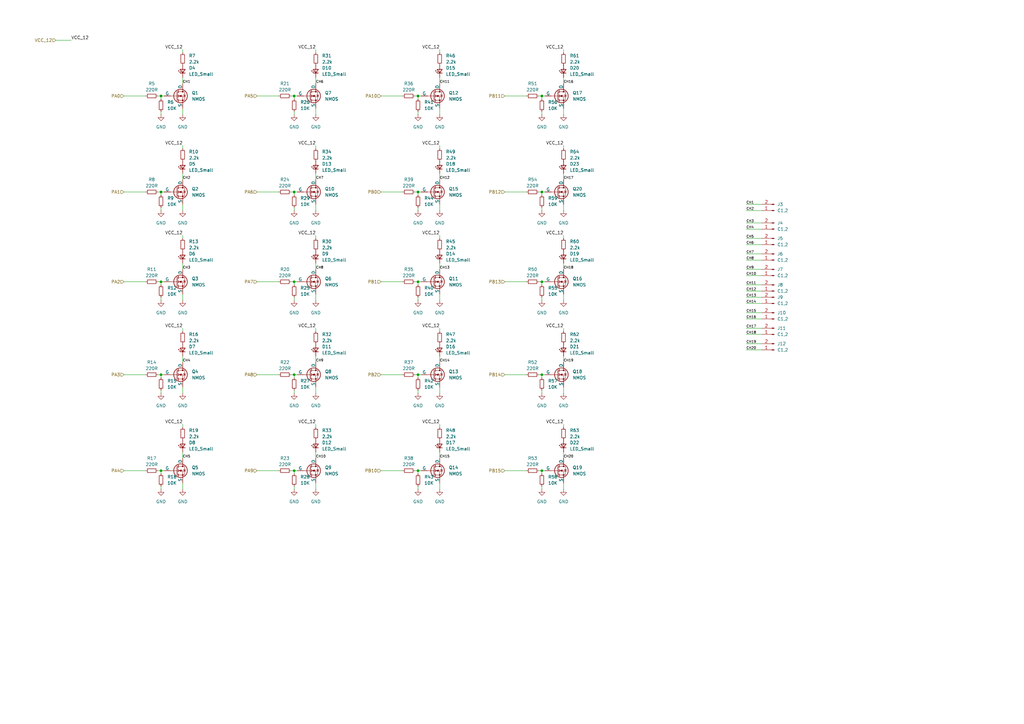
<source format=kicad_sch>
(kicad_sch (version 20231120) (generator "eeschema") (generator_version "8.0")
  (paper "A3")
  (title_block (title "Nur-Al-Nujoom") (date "2024-10-31") (rev "Rev 1.0"))
  (junction (at 222.25 193.04))
  (junction (at 171.45 193.04))
  (junction (at 120.65 153.67))
  (junction (at 171.45 153.67))
  (junction (at 66.04 39.37))
  (junction (at 120.65 115.57))
  (junction (at 66.04 153.67))
  (junction (at 222.25 115.57))
  (junction (at 171.45 78.74))
  (junction (at 222.25 39.37))
  (junction (at 66.04 193.04))
  (junction (at 66.04 78.74))
  (junction (at 120.65 193.04))
  (junction (at 222.25 78.74))
  (junction (at 66.04 115.57))
  (junction (at 222.25 153.67))
  (junction (at 171.45 39.37))
  (junction (at 120.65 39.37))
  (junction (at 171.45 115.57))
  (junction (at 120.65 78.74))
  (wire (pts (xy 66.04 199.39) (xy 66.04 200.66)))
  (wire (pts (xy 180.34 83.82) (xy 180.34 86.36)))
  (wire (pts (xy 171.45 121.92) (xy 171.45 123.19)))
  (wire (pts (xy 120.65 39.37) (xy 120.65 40.64)))
  (wire (pts (xy 306.07 119.38) (xy 312.42 119.38)))
  (wire (pts (xy 306.07 97.79) (xy 312.42 97.79)))
  (wire (pts (xy 180.34 173.99) (xy 180.34 175.26)))
  (wire (pts (xy 306.07 128.27) (xy 312.42 128.27)))
  (wire (pts (xy 222.25 199.39) (xy 222.25 200.66)))
  (wire (pts (xy 66.04 39.37) (xy 67.31 39.37)))
  (wire (pts (xy 74.93 31.75) (xy 74.93 34.29)))
  (wire (pts (xy 222.25 115.57) (xy 222.25 116.84)))
  (wire (pts (xy 222.25 193.04) (xy 223.52 193.04)))
  (wire (pts (xy 231.14 158.75) (xy 231.14 161.29)))
  (wire (pts (xy 207.01 39.37) (xy 215.9 39.37)))
  (wire (pts (xy 220.98 153.67) (xy 222.25 153.67)))
  (wire (pts (xy 105.41 39.37) (xy 114.3 39.37)))
  (wire (pts (xy 129.54 134.62) (xy 129.54 135.89)))
  (wire (pts (xy 306.07 143.51) (xy 312.42 143.51)))
  (wire (pts (xy 306.07 140.97) (xy 312.42 140.97)))
  (wire (pts (xy 120.65 193.04) (xy 120.65 194.31)))
  (wire (pts (xy 171.45 85.09) (xy 171.45 86.36)))
  (wire (pts (xy 119.38 115.57) (xy 120.65 115.57)))
  (wire (pts (xy 64.77 39.37) (xy 66.04 39.37)))
  (wire (pts (xy 74.93 146.05) (xy 74.93 148.59)))
  (wire (pts (xy 74.93 83.82) (xy 74.93 86.36)))
  (wire (pts (xy 50.8 115.57) (xy 59.69 115.57)))
  (wire (pts (xy 74.93 71.12) (xy 74.93 73.66)))
  (wire (pts (xy 156.21 153.67) (xy 165.1 153.67)))
  (wire (pts (xy 231.14 146.05) (xy 231.14 148.59)))
  (wire (pts (xy 66.04 193.04) (xy 66.04 194.31)))
  (wire (pts (xy 64.77 193.04) (xy 66.04 193.04)))
  (wire (pts (xy 74.93 44.45) (xy 74.93 46.99)))
  (wire (pts (xy 170.18 153.67) (xy 171.45 153.67)))
  (wire (pts (xy 222.25 39.37) (xy 222.25 40.64)))
  (wire (pts (xy 50.8 78.74) (xy 59.69 78.74)))
  (wire (pts (xy 50.8 153.67) (xy 59.69 153.67)))
  (wire (pts (xy 180.34 96.52) (xy 180.34 97.79)))
  (wire (pts (xy 306.07 106.68) (xy 312.42 106.68)))
  (wire (pts (xy 222.25 85.09) (xy 222.25 86.36)))
  (wire (pts (xy 171.45 115.57) (xy 171.45 116.84)))
  (wire (pts (xy 120.65 39.37) (xy 121.92 39.37)))
  (wire (pts (xy 171.45 78.74) (xy 172.72 78.74)))
  (wire (pts (xy 306.07 121.92) (xy 312.42 121.92)))
  (wire (pts (xy 74.93 107.95) (xy 74.93 110.49)))
  (wire (pts (xy 170.18 78.74) (xy 171.45 78.74)))
  (wire (pts (xy 231.14 198.12) (xy 231.14 200.66)))
  (wire (pts (xy 74.93 173.99) (xy 74.93 175.26)))
  (wire (pts (xy 180.34 71.12) (xy 180.34 73.66)))
  (wire (pts (xy 171.45 45.72) (xy 171.45 46.99)))
  (wire (pts (xy 222.25 153.67) (xy 223.52 153.67)))
  (wire (pts (xy 74.93 158.75) (xy 74.93 161.29)))
  (wire (pts (xy 231.14 96.52) (xy 231.14 97.79)))
  (wire (pts (xy 180.34 185.42) (xy 180.34 187.96)))
  (wire (pts (xy 119.38 153.67) (xy 120.65 153.67)))
  (wire (pts (xy 64.77 153.67) (xy 66.04 153.67)))
  (wire (pts (xy 129.54 20.32) (xy 129.54 21.59)))
  (wire (pts (xy 66.04 115.57) (xy 67.31 115.57)))
  (wire (pts (xy 222.25 160.02) (xy 222.25 161.29)))
  (wire (pts (xy 119.38 78.74) (xy 120.65 78.74)))
  (wire (pts (xy 306.07 83.82) (xy 312.42 83.82)))
  (wire (pts (xy 66.04 39.37) (xy 66.04 40.64)))
  (wire (pts (xy 207.01 153.67) (xy 215.9 153.67)))
  (wire (pts (xy 222.25 193.04) (xy 222.25 194.31)))
  (wire (pts (xy 74.93 20.32) (xy 74.93 21.59)))
  (wire (pts (xy 120.65 199.39) (xy 120.65 200.66)))
  (wire (pts (xy 171.45 193.04) (xy 172.72 193.04)))
  (wire (pts (xy 74.93 134.62) (xy 74.93 135.89)))
  (wire (pts (xy 50.8 193.04) (xy 59.69 193.04)))
  (wire (pts (xy 222.25 153.67) (xy 222.25 154.94)))
  (wire (pts (xy 66.04 115.57) (xy 66.04 116.84)))
  (wire (pts (xy 180.34 120.65) (xy 180.34 123.19)))
  (wire (pts (xy 129.54 198.12) (xy 129.54 200.66)))
  (wire (pts (xy 129.54 59.69) (xy 129.54 60.96)))
  (wire (pts (xy 120.65 121.92) (xy 120.65 123.19)))
  (wire (pts (xy 222.25 45.72) (xy 222.25 46.99)))
  (wire (pts (xy 119.38 39.37) (xy 120.65 39.37)))
  (wire (pts (xy 231.14 31.75) (xy 231.14 34.29)))
  (wire (pts (xy 119.38 193.04) (xy 120.65 193.04)))
  (wire (pts (xy 220.98 193.04) (xy 222.25 193.04)))
  (wire (pts (xy 64.77 115.57) (xy 66.04 115.57)))
  (wire (pts (xy 180.34 198.12) (xy 180.34 200.66)))
  (wire (pts (xy 180.34 134.62) (xy 180.34 135.89)))
  (wire (pts (xy 220.98 78.74) (xy 222.25 78.74)))
  (wire (pts (xy 66.04 193.04) (xy 67.31 193.04)))
  (wire (pts (xy 156.21 78.74) (xy 165.1 78.74)))
  (wire (pts (xy 120.65 45.72) (xy 120.65 46.99)))
  (wire (pts (xy 129.54 146.05) (xy 129.54 148.59)))
  (wire (pts (xy 66.04 153.67) (xy 67.31 153.67)))
  (wire (pts (xy 231.14 59.69) (xy 231.14 60.96)))
  (wire (pts (xy 50.8 39.37) (xy 59.69 39.37)))
  (wire (pts (xy 306.07 100.33) (xy 312.42 100.33)))
  (wire (pts (xy 105.41 193.04) (xy 114.3 193.04)))
  (wire (pts (xy 129.54 31.75) (xy 129.54 34.29)))
  (wire (pts (xy 120.65 78.74) (xy 120.65 80.01)))
  (wire (pts (xy 231.14 185.42) (xy 231.14 187.96)))
  (wire (pts (xy 74.93 59.69) (xy 74.93 60.96)))
  (wire (pts (xy 170.18 193.04) (xy 171.45 193.04)))
  (wire (pts (xy 156.21 115.57) (xy 165.1 115.57)))
  (wire (pts (xy 220.98 39.37) (xy 222.25 39.37)))
  (wire (pts (xy 66.04 160.02) (xy 66.04 161.29)))
  (wire (pts (xy 180.34 59.69) (xy 180.34 60.96)))
  (wire (pts (xy 129.54 173.99) (xy 129.54 175.26)))
  (wire (pts (xy 171.45 153.67) (xy 172.72 153.67)))
  (wire (pts (xy 129.54 120.65) (xy 129.54 123.19)))
  (wire (pts (xy 222.25 115.57) (xy 223.52 115.57)))
  (wire (pts (xy 207.01 193.04) (xy 215.9 193.04)))
  (wire (pts (xy 74.93 120.65) (xy 74.93 123.19)))
  (wire (pts (xy 66.04 45.72) (xy 66.04 46.99)))
  (wire (pts (xy 120.65 153.67) (xy 120.65 154.94)))
  (wire (pts (xy 64.77 78.74) (xy 66.04 78.74)))
  (wire (pts (xy 74.93 185.42) (xy 74.93 187.96)))
  (wire (pts (xy 306.07 110.49) (xy 312.42 110.49)))
  (wire (pts (xy 171.45 78.74) (xy 171.45 80.01)))
  (wire (pts (xy 306.07 104.14) (xy 312.42 104.14)))
  (wire (pts (xy 120.65 160.02) (xy 120.65 161.29)))
  (wire (pts (xy 105.41 115.57) (xy 114.3 115.57)))
  (wire (pts (xy 156.21 39.37) (xy 165.1 39.37)))
  (wire (pts (xy 170.18 115.57) (xy 171.45 115.57)))
  (wire (pts (xy 306.07 137.16) (xy 312.42 137.16)))
  (wire (pts (xy 74.93 198.12) (xy 74.93 200.66)))
  (wire (pts (xy 156.21 193.04) (xy 165.1 193.04)))
  (wire (pts (xy 66.04 78.74) (xy 67.31 78.74)))
  (wire (pts (xy 306.07 91.44) (xy 312.42 91.44)))
  (wire (pts (xy 306.07 130.81) (xy 312.42 130.81)))
  (wire (pts (xy 129.54 158.75) (xy 129.54 161.29)))
  (wire (pts (xy 222.25 78.74) (xy 223.52 78.74)))
  (wire (pts (xy 129.54 83.82) (xy 129.54 86.36)))
  (wire (pts (xy 66.04 85.09) (xy 66.04 86.36)))
  (wire (pts (xy 306.07 116.84) (xy 312.42 116.84)))
  (wire (pts (xy 171.45 115.57) (xy 172.72 115.57)))
  (wire (pts (xy 171.45 153.67) (xy 171.45 154.94)))
  (wire (pts (xy 171.45 39.37) (xy 172.72 39.37)))
  (wire (pts (xy 120.65 85.09) (xy 120.65 86.36)))
  (wire (pts (xy 105.41 78.74) (xy 114.3 78.74)))
  (wire (pts (xy 180.34 44.45) (xy 180.34 46.99)))
  (wire (pts (xy 306.07 134.62) (xy 312.42 134.62)))
  (wire (pts (xy 129.54 96.52) (xy 129.54 97.79)))
  (wire (pts (xy 306.07 93.98) (xy 312.42 93.98)))
  (wire (pts (xy 105.41 153.67) (xy 114.3 153.67)))
  (wire (pts (xy 207.01 78.74) (xy 215.9 78.74)))
  (wire (pts (xy 231.14 20.32) (xy 231.14 21.59)))
  (wire (pts (xy 129.54 185.42) (xy 129.54 187.96)))
  (wire (pts (xy 66.04 121.92) (xy 66.04 123.19)))
  (wire (pts (xy 231.14 44.45) (xy 231.14 46.99)))
  (wire (pts (xy 306.07 86.36) (xy 312.42 86.36)))
  (wire (pts (xy 129.54 71.12) (xy 129.54 73.66)))
  (wire (pts (xy 66.04 153.67) (xy 66.04 154.94)))
  (wire (pts (xy 220.98 115.57) (xy 222.25 115.57)))
  (wire (pts (xy 66.04 78.74) (xy 66.04 80.01)))
  (wire (pts (xy 120.65 193.04) (xy 121.92 193.04)))
  (wire (pts (xy 231.14 83.82) (xy 231.14 86.36)))
  (wire (pts (xy 222.25 39.37) (xy 223.52 39.37)))
  (wire (pts (xy 306.07 113.03) (xy 312.42 113.03)))
  (wire (pts (xy 222.25 121.92) (xy 222.25 123.19)))
  (wire (pts (xy 170.18 39.37) (xy 171.45 39.37)))
  (wire (pts (xy 120.65 115.57) (xy 120.65 116.84)))
  (wire (pts (xy 120.65 78.74) (xy 121.92 78.74)))
  (wire (pts (xy 120.65 153.67) (xy 121.92 153.67)))
  (wire (pts (xy 180.34 146.05) (xy 180.34 148.59)))
  (wire (pts (xy 129.54 107.95) (xy 129.54 110.49)))
  (wire (pts (xy 231.14 134.62) (xy 231.14 135.89)))
  (wire (pts (xy 231.14 173.99) (xy 231.14 175.26)))
  (wire (pts (xy 22.86 16.51) (xy 29.21 16.51)))
  (wire (pts (xy 129.54 44.45) (xy 129.54 46.99)))
  (wire (pts (xy 207.01 115.57) (xy 215.9 115.57)))
  (wire (pts (xy 180.34 107.95) (xy 180.34 110.49)))
  (wire (pts (xy 231.14 71.12) (xy 231.14 73.66)))
  (wire (pts (xy 231.14 120.65) (xy 231.14 123.19)))
  (wire (pts (xy 171.45 160.02) (xy 171.45 161.29)))
  (wire (pts (xy 231.14 107.95) (xy 231.14 110.49)))
  (wire (pts (xy 180.34 20.32) (xy 180.34 21.59)))
  (wire (pts (xy 171.45 199.39) (xy 171.45 200.66)))
  (wire (pts (xy 306.07 124.46) (xy 312.42 124.46)))
  (wire (pts (xy 171.45 39.37) (xy 171.45 40.64)))
  (wire (pts (xy 222.25 78.74) (xy 222.25 80.01)))
  (wire (pts (xy 180.34 31.75) (xy 180.34 34.29)))
  (wire (pts (xy 74.93 96.52) (xy 74.93 97.79)))
  (wire (pts (xy 180.34 158.75) (xy 180.34 161.29)))
  (wire (pts (xy 171.45 193.04) (xy 171.45 194.31)))
  (wire (pts (xy 120.65 115.57) (xy 121.92 115.57)))
  (label "VCC_12" (at 74.93 173.99 180))
  (label "CH7" (at 129.54 73.66 0) (effects (font (size 0.9906 0.9906))))
  (label "VCC_12" (at 129.54 134.62 180))
  (label "VCC_12" (at 129.54 173.99 180))
  (label "CH13" (at 306.07 121.92 0) (effects (font (size 0.9906 0.9906))))
  (label "VCC_12" (at 129.54 20.32 180))
  (label "CH5" (at 306.07 97.79 0) (effects (font (size 0.9906 0.9906))))
  (label "VCC_12" (at 129.54 59.69 180))
  (label "CH14" (at 180.34 148.59 0) (effects (font (size 0.9906 0.9906))))
  (label "CH3" (at 74.93 110.49 0) (effects (font (size 0.9906 0.9906))))
  (label "CH17" (at 231.14 73.66 0) (effects (font (size 0.9906 0.9906))))
  (label "CH17" (at 306.07 134.62 0) (effects (font (size 0.9906 0.9906))))
  (label "CH4" (at 74.93 148.59 0) (effects (font (size 0.9906 0.9906))))
  (label "CH10" (at 129.54 187.96 0) (effects (font (size 0.9906 0.9906))))
  (label "CH20" (at 231.14 187.96 0) (effects (font (size 0.9906 0.9906))))
  (label "VCC_12" (at 231.14 20.32 180))
  (label "VCC_12" (at 231.14 134.62 180))
  (label "VCC_12" (at 180.34 96.52 180))
  (label "CH1" (at 306.07 83.82 0) (effects (font (size 0.9906 0.9906))))
  (label "CH13" (at 180.34 110.49 0) (effects (font (size 0.9906 0.9906))))
  (label "CH3" (at 306.07 91.44 0) (effects (font (size 0.9906 0.9906))))
  (label "CH16" (at 306.07 130.81 0) (effects (font (size 0.9906 0.9906))))
  (label "CH19" (at 306.07 140.97 0) (effects (font (size 0.9906 0.9906))))
  (label "VCC_12" (at 74.93 20.32 180))
  (label "CH5" (at 74.93 187.96 0) (effects (font (size 0.9906 0.9906))))
  (label "VCC_12" (at 231.14 173.99 180))
  (label "CH6" (at 129.54 34.29 0) (effects (font (size 0.9906 0.9906))))
  (label "CH1" (at 74.93 34.29 0) (effects (font (size 0.9906 0.9906))))
  (label "CH2" (at 306.07 86.36 0) (effects (font (size 0.9906 0.9906))))
  (label "CH12" (at 306.07 119.38 0) (effects (font (size 0.9906 0.9906))))
  (label "CH8" (at 306.07 106.68 0) (effects (font (size 0.9906 0.9906))))
  (label "CH8" (at 129.54 110.49 0) (effects (font (size 0.9906 0.9906))))
  (label "VCC_12" (at 180.34 20.32 180))
  (label "VCC_12" (at 180.34 173.99 180))
  (label "VCC_12" (at 180.34 134.62 180))
  (label "CH10" (at 306.07 113.03 0) (effects (font (size 0.9906 0.9906))))
  (label "VCC_12" (at 74.93 59.69 180))
  (label "VCC_12" (at 231.14 96.52 180))
  (label "CH18" (at 231.14 110.49 0) (effects (font (size 0.9906 0.9906))))
  (label "CH4" (at 306.07 93.98 0) (effects (font (size 0.9906 0.9906))))
  (label "CH18" (at 306.07 137.16 0) (effects (font (size 0.9906 0.9906))))
  (label "VCC_12" (at 74.93 96.52 180))
  (label "CH20" (at 306.07 143.51 0) (effects (font (size 0.9906 0.9906))))
  (label "CH19" (at 231.14 148.59 0) (effects (font (size 0.9906 0.9906))))
  (label "VCC_12" (at 231.14 59.69 180))
  (label "CH14" (at 306.07 124.46 0) (effects (font (size 0.9906 0.9906))))
  (label "VCC_12" (at 129.54 96.52 180))
  (label "CH7" (at 306.07 104.14 0) (effects (font (size 0.9906 0.9906))))
  (label "CH2" (at 74.93 73.66 0) (effects (font (size 0.9906 0.9906))))
  (label "VCC_12" (at 29.21 16.51 0))
  (label "CH15" (at 180.34 187.96 0) (effects (font (size 0.9906 0.9906))))
  (label "CH11" (at 306.07 116.84 0) (effects (font (size 0.9906 0.9906))))
  (label "VCC_12" (at 74.93 134.62 180))
  (label "CH15" (at 306.07 128.27 0) (effects (font (size 0.9906 0.9906))))
  (label "CH11" (at 180.34 34.29 0) (effects (font (size 0.9906 0.9906))))
  (label "CH16" (at 231.14 34.29 0) (effects (font (size 0.9906 0.9906))))
  (label "CH9" (at 306.07 110.49 0) (effects (font (size 0.9906 0.9906))))
  (label "CH12" (at 180.34 73.66 0) (effects (font (size 0.9906 0.9906))))
  (label "CH6" (at 306.07 100.33 0) (effects (font (size 0.9906 0.9906))))
  (label "CH9" (at 129.54 148.59 0) (effects (font (size 0.9906 0.9906))))
  (label "VCC_12" (at 180.34 59.69 180))
  (hierarchical_label "PB0" (shape input) (at 156.21 78.74 180))
  (hierarchical_label "PB1" (shape input) (at 156.21 115.57 180))
  (hierarchical_label "PA7" (shape input) (at 105.41 115.57 180))
  (hierarchical_label "PB2" (shape input) (at 156.21 153.67 180))
  (hierarchical_label "VCC_12" (shape input) (at 22.86 16.51 180))
  (hierarchical_label "PA4" (shape input) (at 50.8 193.04 180))
  (hierarchical_label "PB15" (shape input) (at 207.01 193.04 180))
  (hierarchical_label "PB10" (shape input) (at 156.21 193.04 180))
  (hierarchical_label "PA3" (shape input) (at 50.8 153.67 180))
  (hierarchical_label "PA2" (shape input) (at 50.8 115.57 180))
  (hierarchical_label "PA0" (shape input) (at 50.8 39.37 180))
  (hierarchical_label "PA8" (shape input) (at 105.41 153.67 180))
  (hierarchical_label "PA1" (shape input) (at 50.8 78.74 180))
  (hierarchical_label "PB14" (shape input) (at 207.01 153.67 180))
  (hierarchical_label "PA5" (shape input) (at 105.41 39.37 180))
  (hierarchical_label "PB11" (shape input) (at 207.01 39.37 180))
  (hierarchical_label "PA6" (shape input) (at 105.41 78.74 180))
  (hierarchical_label "PB13" (shape input) (at 207.01 115.57 180))
  (hierarchical_label "PA9" (shape input) (at 105.41 193.04 180))
  (hierarchical_label "PB12" (shape input) (at 207.01 78.74 180))
  (hierarchical_label "PA10" (shape input) (at 156.21 39.37 180))
  (symbol (lib_id "Simulation_SPICE:NMOS") (at 228.6 39.37 0) (unit 1)
    (property "Reference" "Q17" (at 234.8538 38.0999 0) (effects (justify left)))
    (property "Value" "NMOS" (at 234.8538 40.6399 0) (effects (justify left)))
    (property "Datasheet" "https://ngspice.sourceforge.io/docs/ngspice-html-manual/manual.xhtml#cha_MOSFETs" (effects (hide yes)))
    (property "Description" "N-MOSFET transistor, drain/source/gate" (effects (hide yes)))
    (property "Sim.Device" "NMOS" (effects (hide yes)))
    (property "Sim.Type" "VDMOS" (effects (hide yes)))
    (property "Sim.Pins" "1=D 2=G 3=S" (effects (hide yes)))
  )
  (symbol (lib_id "Simulation_SPICE:NMOS") (at 72.39 78.74 0) (unit 1)
    (property "Reference" "Q2" (at 78.6438 77.4699 0) (effects (justify left)))
    (property "Value" "NMOS" (at 78.6438 80.0099 0) (effects (justify left)))
    (property "Datasheet" "https://ngspice.sourceforge.io/docs/ngspice-html-manual/manual.xhtml#cha_MOSFETs" (effects (hide yes)))
    (property "Description" "N-MOSFET transistor, drain/source/gate" (effects (hide yes)))
    (property "Sim.Device" "NMOS" (effects (hide yes)))
    (property "Sim.Type" "VDMOS" (effects (hide yes)))
    (property "Sim.Pins" "1=D 2=G 3=S" (effects (hide yes)))
  )
  (symbol (lib_id "Device:R_Small") (at 74.93 138.43 0) (unit 1)
    (property "Reference" "R16" (at 77.47 137.1599 0) (effects (justify left)))
    (property "Value" "2.2k" (at 77.47 139.6999 0) (effects (justify left)))
    (property "Description" "Resistor, small symbol" (effects (hide yes)))
  )
  (symbol (lib_id "Device:LED_Small") (at 180.34 105.41 90) (unit 1)
    (property "Reference" "D14" (at 182.88 104.0764 90) (effects (justify right)))
    (property "Value" "LED_Small" (at 182.88 106.6164 90) (effects (justify right)))
    (property "Description" "Light emitting diode, small symbol" (effects (hide yes)))
  )
  (symbol (lib_id "Device:R_Small") (at 66.04 196.85 180) (unit 1)
    (property "Reference" "R18" (at 68.58 195.5799 0) (effects (justify right)))
    (property "Value" "10K" (at 68.58 198.1199 0) (effects (justify right)))
    (property "Description" "Resistor, small symbol" (effects (hide yes)))
  )
  (symbol (lib_id "Device:R_Small") (at 218.44 115.57 90) (unit 1)
    (property "Reference" "R50" (at 218.44 110.49 90))
    (property "Value" "220R" (at 218.44 113.03 90))
    (property "Description" "Resistor, small symbol" (effects (hide yes)))
  )
  (symbol (lib_id "Device:R_Small") (at 62.23 78.74 90) (unit 1)
    (property "Reference" "R8" (at 62.23 73.66 90))
    (property "Value" "220R" (at 62.23 76.2 90))
    (property "Description" "Resistor, small symbol" (effects (hide yes)))
  )
  (symbol (lib_id "power:GND") (at 129.54 46.99 0) (unit 1)
    (property "Reference" "#PWR030" (effects (hide yes)))
    (property "Value" "GND" (at 129.54 52.07 0))
    (property "Description" "Power symbol creates a global label with name \"GND\" , ground" (effects (hide yes)))
  )
  (symbol (lib_id "power:GND") (at 171.45 46.99 0) (unit 1)
    (property "Reference" "#PWR035" (effects (hide yes)))
    (property "Value" "GND" (at 171.45 52.07 0))
    (property "Description" "Power symbol creates a global label with name \"GND\" , ground" (effects (hide yes)))
  )
  (symbol (lib_id "Device:R_Small") (at 222.25 82.55 180) (unit 1)
    (property "Reference" "R59" (at 224.79 81.2799 0) (effects (justify right)))
    (property "Value" "10K" (at 224.79 83.8199 0) (effects (justify right)))
    (property "Description" "Resistor, small symbol" (effects (hide yes)))
  )
  (symbol (lib_id "Device:R_Small") (at 62.23 39.37 90) (unit 1)
    (property "Reference" "R5" (at 62.23 34.29 90))
    (property "Value" "220R" (at 62.23 36.83 90))
    (property "Description" "Resistor, small symbol" (effects (hide yes)))
  )
  (symbol (lib_id "Device:R_Small") (at 167.64 39.37 90) (unit 1)
    (property "Reference" "R36" (at 167.64 34.29 90))
    (property "Value" "220R" (at 167.64 36.83 90))
    (property "Description" "Resistor, small symbol" (effects (hide yes)))
  )
  (symbol (lib_id "Device:LED_Small") (at 74.93 105.41 90) (unit 1)
    (property "Reference" "D6" (at 77.47 104.0764 90) (effects (justify right)))
    (property "Value" "LED_Small" (at 77.47 106.6164 90) (effects (justify right)))
    (property "Description" "Light emitting diode, small symbol" (effects (hide yes)))
  )
  (symbol (lib_id "Device:R_Small") (at 171.45 82.55 180) (unit 1)
    (property "Reference" "R44" (at 173.99 81.2799 0) (effects (justify right)))
    (property "Value" "10K" (at 173.99 83.8199 0) (effects (justify right)))
    (property "Description" "Resistor, small symbol" (effects (hide yes)))
  )
  (symbol (lib_id "Simulation_SPICE:NMOS") (at 177.8 39.37 0) (unit 1)
    (property "Reference" "Q12" (at 184.0538 38.0999 0) (effects (justify left)))
    (property "Value" "NMOS" (at 184.0538 40.6399 0) (effects (justify left)))
    (property "Datasheet" "https://ngspice.sourceforge.io/docs/ngspice-html-manual/manual.xhtml#cha_MOSFETs" (effects (hide yes)))
    (property "Description" "N-MOSFET transistor, drain/source/gate" (effects (hide yes)))
    (property "Sim.Device" "NMOS" (effects (hide yes)))
    (property "Sim.Type" "VDMOS" (effects (hide yes)))
    (property "Sim.Pins" "1=D 2=G 3=S" (effects (hide yes)))
  )
  (symbol (lib_id "Device:R_Small") (at 231.14 63.5 0) (unit 1)
    (property "Reference" "R64" (at 233.68 62.2299 0) (effects (justify left)))
    (property "Value" "2.2k" (at 233.68 64.7699 0) (effects (justify left)))
    (property "Description" "Resistor, small symbol" (effects (hide yes)))
  )
  (symbol (lib_id "power:GND") (at 222.25 200.66 0) (unit 1)
    (property "Reference" "#PWR047" (effects (hide yes)))
    (property "Value" "GND" (at 222.25 205.74 0))
    (property "Description" "Power symbol creates a global label with name \"GND\" , ground" (effects (hide yes)))
  )
  (symbol (lib_id "Device:LED_Small") (at 231.14 29.21 90) (unit 1)
    (property "Reference" "D20" (at 233.68 27.8764 90) (effects (justify right)))
    (property "Value" "LED_Small" (at 233.68 30.4164 90) (effects (justify right)))
    (property "Description" "Light emitting diode, small symbol" (effects (hide yes)))
  )
  (symbol (lib_id "power:GND") (at 171.45 161.29 0) (unit 1)
    (property "Reference" "#PWR036" (effects (hide yes)))
    (property "Value" "GND" (at 171.45 166.37 0))
    (property "Description" "Power symbol creates a global label with name \"GND\" , ground" (effects (hide yes)))
  )
  (symbol (lib_id "power:GND") (at 231.14 200.66 0) (unit 1)
    (property "Reference" "#PWR052" (effects (hide yes)))
    (property "Value" "GND" (at 231.14 205.74 0))
    (property "Description" "Power symbol creates a global label with name \"GND\" , ground" (effects (hide yes)))
  )
  (symbol (lib_id "Device:R_Small") (at 167.64 193.04 90) (unit 1)
    (property "Reference" "R38" (at 167.64 187.96 90))
    (property "Value" "220R" (at 167.64 190.5 90))
    (property "Description" "Resistor, small symbol" (effects (hide yes)))
  )
  (symbol (lib_id "Simulation_SPICE:NMOS") (at 127 115.57 0) (unit 1)
    (property "Reference" "Q6" (at 133.2538 114.2999 0) (effects (justify left)))
    (property "Value" "NMOS" (at 133.2538 116.8399 0) (effects (justify left)))
    (property "Datasheet" "https://ngspice.sourceforge.io/docs/ngspice-html-manual/manual.xhtml#cha_MOSFETs" (effects (hide yes)))
    (property "Description" "N-MOSFET transistor, drain/source/gate" (effects (hide yes)))
    (property "Sim.Device" "NMOS" (effects (hide yes)))
    (property "Sim.Type" "VDMOS" (effects (hide yes)))
    (property "Sim.Pins" "1=D 2=G 3=S" (effects (hide yes)))
  )
  (symbol (lib_id "Device:R_Small") (at 66.04 82.55 180) (unit 1)
    (property "Reference" "R9" (at 68.58 81.2799 0) (effects (justify right)))
    (property "Value" "10K" (at 68.58 83.8199 0) (effects (justify right)))
    (property "Description" "Resistor, small symbol" (effects (hide yes)))
  )
  (symbol (lib_id "Device:LED_Small") (at 180.34 29.21 90) (unit 1)
    (property "Reference" "D15" (at 182.88 27.8764 90) (effects (justify right)))
    (property "Value" "LED_Small" (at 182.88 30.4164 90) (effects (justify right)))
    (property "Description" "Light emitting diode, small symbol" (effects (hide yes)))
  )
  (symbol (lib_id "power:GND") (at 74.93 161.29 0) (unit 1)
    (property "Reference" "#PWR021" (effects (hide yes)))
    (property "Value" "GND" (at 74.93 166.37 0))
    (property "Description" "Power symbol creates a global label with name \"GND\" , ground" (effects (hide yes)))
  )
  (symbol (lib_id "Device:LED_Small") (at 180.34 143.51 90) (unit 1)
    (property "Reference" "D16" (at 182.88 142.1764 90) (effects (justify right)))
    (property "Value" "LED_Small" (at 182.88 144.7164 90) (effects (justify right)))
    (property "Description" "Light emitting diode, small symbol" (effects (hide yes)))
  )
  (symbol (lib_id "Simulation_SPICE:NMOS") (at 228.6 115.57 0) (unit 1)
    (property "Reference" "Q16" (at 234.8538 114.2999 0) (effects (justify left)))
    (property "Value" "NMOS" (at 234.8538 116.8399 0) (effects (justify left)))
    (property "Datasheet" "https://ngspice.sourceforge.io/docs/ngspice-html-manual/manual.xhtml#cha_MOSFETs" (effects (hide yes)))
    (property "Description" "N-MOSFET transistor, drain/source/gate" (effects (hide yes)))
    (property "Sim.Device" "NMOS" (effects (hide yes)))
    (property "Sim.Type" "VDMOS" (effects (hide yes)))
    (property "Sim.Pins" "1=D 2=G 3=S" (effects (hide yes)))
  )
  (symbol (lib_id "power:GND") (at 120.65 46.99 0) (unit 1)
    (property "Reference" "#PWR025" (effects (hide yes)))
    (property "Value" "GND" (at 120.65 52.07 0))
    (property "Description" "Power symbol creates a global label with name \"GND\" , ground" (effects (hide yes)))
  )
  (symbol (lib_id "power:GND") (at 222.25 46.99 0) (unit 1)
    (property "Reference" "#PWR045" (effects (hide yes)))
    (property "Value" "GND" (at 222.25 52.07 0))
    (property "Description" "Power symbol creates a global label with name \"GND\" , ground" (effects (hide yes)))
  )
  (symbol (lib_id "Simulation_SPICE:NMOS") (at 72.39 153.67 0) (unit 1)
    (property "Reference" "Q4" (at 78.6438 152.3999 0) (effects (justify left)))
    (property "Value" "NMOS" (at 78.6438 154.9399 0) (effects (justify left)))
    (property "Datasheet" "https://ngspice.sourceforge.io/docs/ngspice-html-manual/manual.xhtml#cha_MOSFETs" (effects (hide yes)))
    (property "Description" "N-MOSFET transistor, drain/source/gate" (effects (hide yes)))
    (property "Sim.Device" "NMOS" (effects (hide yes)))
    (property "Sim.Type" "VDMOS" (effects (hide yes)))
    (property "Sim.Pins" "1=D 2=G 3=S" (effects (hide yes)))
  )
  (symbol (lib_id "Device:R_Small") (at 129.54 63.5 0) (unit 1)
    (property "Reference" "R34" (at 132.08 62.2299 0) (effects (justify left)))
    (property "Value" "2.2k" (at 132.08 64.7699 0) (effects (justify left)))
    (property "Description" "Resistor, small symbol" (effects (hide yes)))
  )
  (symbol (lib_id "power:GND") (at 231.14 123.19 0) (unit 1)
    (property "Reference" "#PWR049" (effects (hide yes)))
    (property "Value" "GND" (at 231.14 128.27 0))
    (property "Description" "Power symbol creates a global label with name \"GND\" , ground" (effects (hide yes)))
  )
  (symbol (lib_id "Connector:Conn_01x02_Pin") (at 317.5 137.16 180) (unit 1)
    (property "Reference" "J11" (at 318.77 134.6199 0) (effects (justify right)))
    (property "Value" "C1,2" (at 318.77 137.1599 0) (effects (justify right)))
    (property "Description" "Generic connector, single row, 01x02, script generated" (effects (hide yes)))
  )
  (symbol (lib_id "Connector:Conn_01x02_Pin") (at 317.5 93.98 180) (unit 1)
    (property "Reference" "J4" (at 318.77 91.4399 0) (effects (justify right)))
    (property "Value" "C1,2" (at 318.77 93.9799 0) (effects (justify right)))
    (property "Description" "Generic connector, single row, 01x02, script generated" (effects (hide yes)))
  )
  (symbol (lib_id "Device:R_Small") (at 129.54 138.43 0) (unit 1)
    (property "Reference" "R32" (at 132.08 137.1599 0) (effects (justify left)))
    (property "Value" "2.2k" (at 132.08 139.6999 0) (effects (justify left)))
    (property "Description" "Resistor, small symbol" (effects (hide yes)))
  )
  (symbol (lib_id "Device:R_Small") (at 218.44 39.37 90) (unit 1)
    (property "Reference" "R51" (at 218.44 34.29 90))
    (property "Value" "220R" (at 218.44 36.83 90))
    (property "Description" "Resistor, small symbol" (effects (hide yes)))
  )
  (symbol (lib_id "Device:R_Small") (at 116.84 78.74 90) (unit 1)
    (property "Reference" "R24" (at 116.84 73.66 90))
    (property "Value" "220R" (at 116.84 76.2 90))
    (property "Description" "Resistor, small symbol" (effects (hide yes)))
  )
  (symbol (lib_id "Device:R_Small") (at 180.34 138.43 0) (unit 1)
    (property "Reference" "R47" (at 182.88 137.1599 0) (effects (justify left)))
    (property "Value" "2.2k" (at 182.88 139.6999 0) (effects (justify left)))
    (property "Description" "Resistor, small symbol" (effects (hide yes)))
  )
  (symbol (lib_id "power:GND") (at 66.04 86.36 0) (unit 1)
    (property "Reference" "#PWR016" (effects (hide yes)))
    (property "Value" "GND" (at 66.04 91.44 0))
    (property "Description" "Power symbol creates a global label with name \"GND\" , ground" (effects (hide yes)))
  )
  (symbol (lib_id "Device:R_Small") (at 218.44 153.67 90) (unit 1)
    (property "Reference" "R52" (at 218.44 148.59 90))
    (property "Value" "220R" (at 218.44 151.13 90))
    (property "Description" "Resistor, small symbol" (effects (hide yes)))
  )
  (symbol (lib_id "Device:LED_Small") (at 129.54 182.88 90) (unit 1)
    (property "Reference" "D12" (at 132.08 181.5464 90) (effects (justify right)))
    (property "Value" "LED_Small" (at 132.08 184.0864 90) (effects (justify right)))
    (property "Description" "Light emitting diode, small symbol" (effects (hide yes)))
  )
  (symbol (lib_id "power:GND") (at 180.34 161.29 0) (unit 1)
    (property "Reference" "#PWR041" (effects (hide yes)))
    (property "Value" "GND" (at 180.34 166.37 0))
    (property "Description" "Power symbol creates a global label with name \"GND\" , ground" (effects (hide yes)))
  )
  (symbol (lib_id "Device:R_Small") (at 231.14 138.43 0) (unit 1)
    (property "Reference" "R62" (at 233.68 137.1599 0) (effects (justify left)))
    (property "Value" "2.2k" (at 233.68 139.6999 0) (effects (justify left)))
    (property "Description" "Resistor, small symbol" (effects (hide yes)))
  )
  (symbol (lib_id "Device:R_Small") (at 116.84 153.67 90) (unit 1)
    (property "Reference" "R22" (at 116.84 148.59 90))
    (property "Value" "220R" (at 116.84 151.13 90))
    (property "Description" "Resistor, small symbol" (effects (hide yes)))
  )
  (symbol (lib_id "power:GND") (at 66.04 123.19 0) (unit 1)
    (property "Reference" "#PWR018" (effects (hide yes)))
    (property "Value" "GND" (at 66.04 128.27 0))
    (property "Description" "Power symbol creates a global label with name \"GND\" , ground" (effects (hide yes)))
  )
  (symbol (lib_id "Device:LED_Small") (at 74.93 29.21 90) (unit 1)
    (property "Reference" "D4" (at 77.47 27.8764 90) (effects (justify right)))
    (property "Value" "LED_Small" (at 77.47 30.4164 90) (effects (justify right)))
    (property "Description" "Light emitting diode, small symbol" (effects (hide yes)))
  )
  (symbol (lib_id "power:GND") (at 180.34 123.19 0) (unit 1)
    (property "Reference" "#PWR039" (effects (hide yes)))
    (property "Value" "GND" (at 180.34 128.27 0))
    (property "Description" "Power symbol creates a global label with name \"GND\" , ground" (effects (hide yes)))
  )
  (symbol (lib_id "power:GND") (at 171.45 123.19 0) (unit 1)
    (property "Reference" "#PWR034" (effects (hide yes)))
    (property "Value" "GND" (at 171.45 128.27 0))
    (property "Description" "Power symbol creates a global label with name \"GND\" , ground" (effects (hide yes)))
  )
  (symbol (lib_id "power:GND") (at 231.14 86.36 0) (unit 1)
    (property "Reference" "#PWR053" (effects (hide yes)))
    (property "Value" "GND" (at 231.14 91.44 0))
    (property "Description" "Power symbol creates a global label with name \"GND\" , ground" (effects (hide yes)))
  )
  (symbol (lib_id "Device:R_Small") (at 180.34 100.33 0) (unit 1)
    (property "Reference" "R45" (at 182.88 99.0599 0) (effects (justify left)))
    (property "Value" "2.2k" (at 182.88 101.5999 0) (effects (justify left)))
    (property "Description" "Resistor, small symbol" (effects (hide yes)))
  )
  (symbol (lib_id "Simulation_SPICE:NMOS") (at 127 78.74 0) (unit 1)
    (property "Reference" "Q10" (at 133.2538 77.4699 0) (effects (justify left)))
    (property "Value" "NMOS" (at 133.2538 80.0099 0) (effects (justify left)))
    (property "Datasheet" "https://ngspice.sourceforge.io/docs/ngspice-html-manual/manual.xhtml#cha_MOSFETs" (effects (hide yes)))
    (property "Description" "N-MOSFET transistor, drain/source/gate" (effects (hide yes)))
    (property "Sim.Device" "NMOS" (effects (hide yes)))
    (property "Sim.Type" "VDMOS" (effects (hide yes)))
    (property "Sim.Pins" "1=D 2=G 3=S" (effects (hide yes)))
  )
  (symbol (lib_id "Device:LED_Small") (at 74.93 68.58 90) (unit 1)
    (property "Reference" "D5" (at 77.47 67.2464 90) (effects (justify right)))
    (property "Value" "LED_Small" (at 77.47 69.7864 90) (effects (justify right)))
    (property "Description" "Light emitting diode, small symbol" (effects (hide yes)))
  )
  (symbol (lib_id "Device:R_Small") (at 231.14 100.33 0) (unit 1)
    (property "Reference" "R60" (at 233.68 99.0599 0) (effects (justify left)))
    (property "Value" "2.2k" (at 233.68 101.5999 0) (effects (justify left)))
    (property "Description" "Resistor, small symbol" (effects (hide yes)))
  )
  (symbol (lib_id "Simulation_SPICE:NMOS") (at 177.8 115.57 0) (unit 1)
    (property "Reference" "Q11" (at 184.0538 114.2999 0) (effects (justify left)))
    (property "Value" "NMOS" (at 184.0538 116.8399 0) (effects (justify left)))
    (property "Datasheet" "https://ngspice.sourceforge.io/docs/ngspice-html-manual/manual.xhtml#cha_MOSFETs" (effects (hide yes)))
    (property "Description" "N-MOSFET transistor, drain/source/gate" (effects (hide yes)))
    (property "Sim.Device" "NMOS" (effects (hide yes)))
    (property "Sim.Type" "VDMOS" (effects (hide yes)))
    (property "Sim.Pins" "1=D 2=G 3=S" (effects (hide yes)))
  )
  (symbol (lib_id "Device:R_Small") (at 222.25 196.85 180) (unit 1)
    (property "Reference" "R58" (at 224.79 195.5799 0) (effects (justify right)))
    (property "Value" "10K" (at 224.79 198.1199 0) (effects (justify right)))
    (property "Description" "Resistor, small symbol" (effects (hide yes)))
  )
  (symbol (lib_id "Device:R_Small") (at 74.93 177.8 0) (unit 1)
    (property "Reference" "R19" (at 77.47 176.5299 0) (effects (justify left)))
    (property "Value" "2.2k" (at 77.47 179.0699 0) (effects (justify left)))
    (property "Description" "Resistor, small symbol" (effects (hide yes)))
  )
  (symbol (lib_id "Device:R_Small") (at 171.45 157.48 180) (unit 1)
    (property "Reference" "R42" (at 173.99 156.2099 0) (effects (justify right)))
    (property "Value" "10K" (at 173.99 158.7499 0) (effects (justify right)))
    (property "Description" "Resistor, small symbol" (effects (hide yes)))
  )
  (symbol (lib_id "Device:R_Small") (at 222.25 43.18 180) (unit 1)
    (property "Reference" "R56" (at 224.79 41.9099 0) (effects (justify right)))
    (property "Value" "10K" (at 224.79 44.4499 0) (effects (justify right)))
    (property "Description" "Resistor, small symbol" (effects (hide yes)))
  )
  (symbol (lib_id "Device:R_Small") (at 180.34 177.8 0) (unit 1)
    (property "Reference" "R48" (at 182.88 176.5299 0) (effects (justify left)))
    (property "Value" "2.2k" (at 182.88 179.0699 0) (effects (justify left)))
    (property "Description" "Resistor, small symbol" (effects (hide yes)))
  )
  (symbol (lib_id "Device:R_Small") (at 129.54 24.13 0) (unit 1)
    (property "Reference" "R31" (at 132.08 22.8599 0) (effects (justify left)))
    (property "Value" "2.2k" (at 132.08 25.3999 0) (effects (justify left)))
    (property "Description" "Resistor, small symbol" (effects (hide yes)))
  )
  (symbol (lib_id "Device:R_Small") (at 218.44 193.04 90) (unit 1)
    (property "Reference" "R53" (at 218.44 187.96 90))
    (property "Value" "220R" (at 218.44 190.5 90))
    (property "Description" "Resistor, small symbol" (effects (hide yes)))
  )
  (symbol (lib_id "power:GND") (at 171.45 86.36 0) (unit 1)
    (property "Reference" "#PWR038" (effects (hide yes)))
    (property "Value" "GND" (at 171.45 91.44 0))
    (property "Description" "Power symbol creates a global label with name \"GND\" , ground" (effects (hide yes)))
  )
  (symbol (lib_id "power:GND") (at 129.54 161.29 0) (unit 1)
    (property "Reference" "#PWR031" (effects (hide yes)))
    (property "Value" "GND" (at 129.54 166.37 0))
    (property "Description" "Power symbol creates a global label with name \"GND\" , ground" (effects (hide yes)))
  )
  (symbol (lib_id "power:GND") (at 120.65 161.29 0) (unit 1)
    (property "Reference" "#PWR026" (effects (hide yes)))
    (property "Value" "GND" (at 120.65 166.37 0))
    (property "Description" "Power symbol creates a global label with name \"GND\" , ground" (effects (hide yes)))
  )
  (symbol (lib_id "Device:R_Small") (at 120.65 157.48 180) (unit 1)
    (property "Reference" "R27" (at 123.19 156.2099 0) (effects (justify right)))
    (property "Value" "10K" (at 123.19 158.7499 0) (effects (justify right)))
    (property "Description" "Resistor, small symbol" (effects (hide yes)))
  )
  (symbol (lib_id "power:GND") (at 66.04 161.29 0) (unit 1)
    (property "Reference" "#PWR020" (effects (hide yes)))
    (property "Value" "GND" (at 66.04 166.37 0))
    (property "Description" "Power symbol creates a global label with name \"GND\" , ground" (effects (hide yes)))
  )
  (symbol (lib_id "Connector:Conn_01x02_Pin") (at 317.5 130.81 180) (unit 1)
    (property "Reference" "J10" (at 318.77 128.2699 0) (effects (justify right)))
    (property "Value" "C1,2" (at 318.77 130.8099 0) (effects (justify right)))
    (property "Description" "Generic connector, single row, 01x02, script generated" (effects (hide yes)))
  )
  (symbol (lib_id "Device:LED_Small") (at 231.14 68.58 90) (unit 1)
    (property "Reference" "D23" (at 233.68 67.2464 90) (effects (justify right)))
    (property "Value" "LED_Small" (at 233.68 69.7864 90) (effects (justify right)))
    (property "Description" "Light emitting diode, small symbol" (effects (hide yes)))
  )
  (symbol (lib_id "Connector:Conn_01x02_Pin") (at 317.5 119.38 180) (unit 1)
    (property "Reference" "J8" (at 318.77 116.8399 0) (effects (justify right)))
    (property "Value" "C1,2" (at 318.77 119.3799 0) (effects (justify right)))
    (property "Description" "Generic connector, single row, 01x02, script generated" (effects (hide yes)))
  )
  (symbol (lib_id "Device:R_Small") (at 171.45 43.18 180) (unit 1)
    (property "Reference" "R41" (at 173.99 41.9099 0) (effects (justify right)))
    (property "Value" "10K" (at 173.99 44.4499 0) (effects (justify right)))
    (property "Description" "Resistor, small symbol" (effects (hide yes)))
  )
  (symbol (lib_id "Device:R_Small") (at 116.84 193.04 90) (unit 1)
    (property "Reference" "R23" (at 116.84 187.96 90))
    (property "Value" "220R" (at 116.84 190.5 90))
    (property "Description" "Resistor, small symbol" (effects (hide yes)))
  )
  (symbol (lib_id "Device:LED_Small") (at 129.54 68.58 90) (unit 1)
    (property "Reference" "D13" (at 132.08 67.2464 90) (effects (justify right)))
    (property "Value" "LED_Small" (at 132.08 69.7864 90) (effects (justify right)))
    (property "Description" "Light emitting diode, small symbol" (effects (hide yes)))
  )
  (symbol (lib_id "Device:R_Small") (at 171.45 196.85 180) (unit 1)
    (property "Reference" "R43" (at 173.99 195.5799 0) (effects (justify right)))
    (property "Value" "10K" (at 173.99 198.1199 0) (effects (justify right)))
    (property "Description" "Resistor, small symbol" (effects (hide yes)))
  )
  (symbol (lib_id "power:GND") (at 74.93 86.36 0) (unit 1)
    (property "Reference" "#PWR017" (effects (hide yes)))
    (property "Value" "GND" (at 74.93 91.44 0))
    (property "Description" "Power symbol creates a global label with name \"GND\" , ground" (effects (hide yes)))
  )
  (symbol (lib_id "Simulation_SPICE:NMOS") (at 127 153.67 0) (unit 1)
    (property "Reference" "Q8" (at 133.2538 152.3999 0) (effects (justify left)))
    (property "Value" "NMOS" (at 133.2538 154.9399 0) (effects (justify left)))
    (property "Datasheet" "https://ngspice.sourceforge.io/docs/ngspice-html-manual/manual.xhtml#cha_MOSFETs" (effects (hide yes)))
    (property "Description" "N-MOSFET transistor, drain/source/gate" (effects (hide yes)))
    (property "Sim.Device" "NMOS" (effects (hide yes)))
    (property "Sim.Type" "VDMOS" (effects (hide yes)))
    (property "Sim.Pins" "1=D 2=G 3=S" (effects (hide yes)))
  )
  (symbol (lib_id "power:GND") (at 120.65 86.36 0) (unit 1)
    (property "Reference" "#PWR028" (effects (hide yes)))
    (property "Value" "GND" (at 120.65 91.44 0))
    (property "Description" "Power symbol creates a global label with name \"GND\" , ground" (effects (hide yes)))
  )
  (symbol (lib_id "Device:LED_Small") (at 129.54 143.51 90) (unit 1)
    (property "Reference" "D11" (at 132.08 142.1764 90) (effects (justify right)))
    (property "Value" "LED_Small" (at 132.08 144.7164 90) (effects (justify right)))
    (property "Description" "Light emitting diode, small symbol" (effects (hide yes)))
  )
  (symbol (lib_id "Device:R_Small") (at 116.84 115.57 90) (unit 1)
    (property "Reference" "R20" (at 116.84 110.49 90))
    (property "Value" "220R" (at 116.84 113.03 90))
    (property "Description" "Resistor, small symbol" (effects (hide yes)))
  )
  (symbol (lib_id "power:GND") (at 74.93 200.66 0) (unit 1)
    (property "Reference" "#PWR023" (effects (hide yes)))
    (property "Value" "GND" (at 74.93 205.74 0))
    (property "Description" "Power symbol creates a global label with name \"GND\" , ground" (effects (hide yes)))
  )
  (symbol (lib_id "Simulation_SPICE:NMOS") (at 72.39 39.37 0) (unit 1)
    (property "Reference" "Q1" (at 78.6438 38.0999 0) (effects (justify left)))
    (property "Value" "NMOS" (at 78.6438 40.6399 0) (effects (justify left)))
    (property "Datasheet" "https://ngspice.sourceforge.io/docs/ngspice-html-manual/manual.xhtml#cha_MOSFETs" (effects (hide yes)))
    (property "Description" "N-MOSFET transistor, drain/source/gate" (effects (hide yes)))
    (property "Sim.Device" "NMOS" (effects (hide yes)))
    (property "Sim.Type" "VDMOS" (effects (hide yes)))
    (property "Sim.Pins" "1=D 2=G 3=S" (effects (hide yes)))
  )
  (symbol (lib_id "power:GND") (at 222.25 123.19 0) (unit 1)
    (property "Reference" "#PWR044" (effects (hide yes)))
    (property "Value" "GND" (at 222.25 128.27 0))
    (property "Description" "Power symbol creates a global label with name \"GND\" , ground" (effects (hide yes)))
  )
  (symbol (lib_id "Device:R_Small") (at 120.65 196.85 180) (unit 1)
    (property "Reference" "R28" (at 123.19 195.5799 0) (effects (justify right)))
    (property "Value" "10K" (at 123.19 198.1199 0) (effects (justify right)))
    (property "Description" "Resistor, small symbol" (effects (hide yes)))
  )
  (symbol (lib_id "Simulation_SPICE:NMOS") (at 228.6 153.67 0) (unit 1)
    (property "Reference" "Q18" (at 234.8538 152.3999 0) (effects (justify left)))
    (property "Value" "NMOS" (at 234.8538 154.9399 0) (effects (justify left)))
    (property "Datasheet" "https://ngspice.sourceforge.io/docs/ngspice-html-manual/manual.xhtml#cha_MOSFETs" (effects (hide yes)))
    (property "Description" "N-MOSFET transistor, drain/source/gate" (effects (hide yes)))
    (property "Sim.Device" "NMOS" (effects (hide yes)))
    (property "Sim.Type" "VDMOS" (effects (hide yes)))
    (property "Sim.Pins" "1=D 2=G 3=S" (effects (hide yes)))
  )
  (symbol (lib_id "Device:R_Small") (at 222.25 119.38 180) (unit 1)
    (property "Reference" "R55" (at 224.79 118.1099 0) (effects (justify right)))
    (property "Value" "10K" (at 224.79 120.6499 0) (effects (justify right)))
    (property "Description" "Resistor, small symbol" (effects (hide yes)))
  )
  (symbol (lib_id "Connector:Conn_01x02_Pin") (at 317.5 143.51 180) (unit 1)
    (property "Reference" "J12" (at 318.77 140.9699 0) (effects (justify right)))
    (property "Value" "C1,2" (at 318.77 143.5099 0) (effects (justify right)))
    (property "Description" "Generic connector, single row, 01x02, script generated" (effects (hide yes)))
  )
  (symbol (lib_id "Connector:Conn_01x02_Pin") (at 317.5 106.68 180) (unit 1)
    (property "Reference" "J6" (at 318.77 104.1399 0) (effects (justify right)))
    (property "Value" "C1,2" (at 318.77 106.6799 0) (effects (justify right)))
    (property "Description" "Generic connector, single row, 01x02, script generated" (effects (hide yes)))
  )
  (symbol (lib_id "power:GND") (at 171.45 200.66 0) (unit 1)
    (property "Reference" "#PWR037" (effects (hide yes)))
    (property "Value" "GND" (at 171.45 205.74 0))
    (property "Description" "Power symbol creates a global label with name \"GND\" , ground" (effects (hide yes)))
  )
  (symbol (lib_id "power:GND") (at 222.25 161.29 0) (unit 1)
    (property "Reference" "#PWR046" (effects (hide yes)))
    (property "Value" "GND" (at 222.25 166.37 0))
    (property "Description" "Power symbol creates a global label with name \"GND\" , ground" (effects (hide yes)))
  )
  (symbol (lib_id "Device:LED_Small") (at 231.14 182.88 90) (unit 1)
    (property "Reference" "D22" (at 233.68 181.5464 90) (effects (justify right)))
    (property "Value" "LED_Small" (at 233.68 184.0864 90) (effects (justify right)))
    (property "Description" "Light emitting diode, small symbol" (effects (hide yes)))
  )
  (symbol (lib_id "Device:R_Small") (at 62.23 193.04 90) (unit 1)
    (property "Reference" "R17" (at 62.23 187.96 90))
    (property "Value" "220R" (at 62.23 190.5 90))
    (property "Description" "Resistor, small symbol" (effects (hide yes)))
  )
  (symbol (lib_id "Device:R_Small") (at 120.65 43.18 180) (unit 1)
    (property "Reference" "R26" (at 123.19 41.9099 0) (effects (justify right)))
    (property "Value" "10K" (at 123.19 44.4499 0) (effects (justify right)))
    (property "Description" "Resistor, small symbol" (effects (hide yes)))
  )
  (symbol (lib_id "power:GND") (at 120.65 200.66 0) (unit 1)
    (property "Reference" "#PWR027" (effects (hide yes)))
    (property "Value" "GND" (at 120.65 205.74 0))
    (property "Description" "Power symbol creates a global label with name \"GND\" , ground" (effects (hide yes)))
  )
  (symbol (lib_id "power:GND") (at 74.93 46.99 0) (unit 1)
    (property "Reference" "#PWR014" (effects (hide yes)))
    (property "Value" "GND" (at 74.93 52.07 0))
    (property "Description" "Power symbol creates a global label with name \"GND\" , ground" (effects (hide yes)))
  )
  (symbol (lib_id "Device:R_Small") (at 116.84 39.37 90) (unit 1)
    (property "Reference" "R21" (at 116.84 34.29 90))
    (property "Value" "220R" (at 116.84 36.83 90))
    (property "Description" "Resistor, small symbol" (effects (hide yes)))
  )
  (symbol (lib_id "Device:R_Small") (at 120.65 82.55 180) (unit 1)
    (property "Reference" "R29" (at 123.19 81.2799 0) (effects (justify right)))
    (property "Value" "10K" (at 123.19 83.8199 0) (effects (justify right)))
    (property "Description" "Resistor, small symbol" (effects (hide yes)))
  )
  (symbol (lib_id "Device:R_Small") (at 62.23 153.67 90) (unit 1)
    (property "Reference" "R14" (at 62.23 148.59 90))
    (property "Value" "220R" (at 62.23 151.13 90))
    (property "Description" "Resistor, small symbol" (effects (hide yes)))
  )
  (symbol (lib_id "Device:R_Small") (at 74.93 63.5 0) (unit 1)
    (property "Reference" "R10" (at 77.47 62.2299 0) (effects (justify left)))
    (property "Value" "2.2k" (at 77.47 64.7699 0) (effects (justify left)))
    (property "Description" "Resistor, small symbol" (effects (hide yes)))
  )
  (symbol (lib_id "Device:R_Small") (at 167.64 115.57 90) (unit 1)
    (property "Reference" "R35" (at 167.64 110.49 90))
    (property "Value" "220R" (at 167.64 113.03 90))
    (property "Description" "Resistor, small symbol" (effects (hide yes)))
  )
  (symbol (lib_id "Simulation_SPICE:NMOS") (at 127 193.04 0) (unit 1)
    (property "Reference" "Q9" (at 133.2538 191.7699 0) (effects (justify left)))
    (property "Value" "NMOS" (at 133.2538 194.3099 0) (effects (justify left)))
    (property "Datasheet" "https://ngspice.sourceforge.io/docs/ngspice-html-manual/manual.xhtml#cha_MOSFETs" (effects (hide yes)))
    (property "Description" "N-MOSFET transistor, drain/source/gate" (effects (hide yes)))
    (property "Sim.Device" "NMOS" (effects (hide yes)))
    (property "Sim.Type" "VDMOS" (effects (hide yes)))
    (property "Sim.Pins" "1=D 2=G 3=S" (effects (hide yes)))
  )
  (symbol (lib_id "Simulation_SPICE:NMOS") (at 72.39 115.57 0) (unit 1)
    (property "Reference" "Q3" (at 78.6438 114.2999 0) (effects (justify left)))
    (property "Value" "NMOS" (at 78.6438 116.8399 0) (effects (justify left)))
    (property "Datasheet" "https://ngspice.sourceforge.io/docs/ngspice-html-manual/manual.xhtml#cha_MOSFETs" (effects (hide yes)))
    (property "Description" "N-MOSFET transistor, drain/source/gate" (effects (hide yes)))
    (property "Sim.Device" "NMOS" (effects (hide yes)))
    (property "Sim.Type" "VDMOS" (effects (hide yes)))
    (property "Sim.Pins" "1=D 2=G 3=S" (effects (hide yes)))
  )
  (symbol (lib_id "Simulation_SPICE:NMOS") (at 177.8 78.74 0) (unit 1)
    (property "Reference" "Q15" (at 184.0538 77.4699 0) (effects (justify left)))
    (property "Value" "NMOS" (at 184.0538 80.0099 0) (effects (justify left)))
    (property "Datasheet" "https://ngspice.sourceforge.io/docs/ngspice-html-manual/manual.xhtml#cha_MOSFETs" (effects (hide yes)))
    (property "Description" "N-MOSFET transistor, drain/source/gate" (effects (hide yes)))
    (property "Sim.Device" "NMOS" (effects (hide yes)))
    (property "Sim.Type" "VDMOS" (effects (hide yes)))
    (property "Sim.Pins" "1=D 2=G 3=S" (effects (hide yes)))
  )
  (symbol (lib_id "power:GND") (at 129.54 86.36 0) (unit 1)
    (property "Reference" "#PWR033" (effects (hide yes)))
    (property "Value" "GND" (at 129.54 91.44 0))
    (property "Description" "Power symbol creates a global label with name \"GND\" , ground" (effects (hide yes)))
  )
  (symbol (lib_id "Simulation_SPICE:NMOS") (at 228.6 78.74 0) (unit 1)
    (property "Reference" "Q20" (at 234.8538 77.4699 0) (effects (justify left)))
    (property "Value" "NMOS" (at 234.8538 80.0099 0) (effects (justify left)))
    (property "Datasheet" "https://ngspice.sourceforge.io/docs/ngspice-html-manual/manual.xhtml#cha_MOSFETs" (effects (hide yes)))
    (property "Description" "N-MOSFET transistor, drain/source/gate" (effects (hide yes)))
    (property "Sim.Device" "NMOS" (effects (hide yes)))
    (property "Sim.Type" "VDMOS" (effects (hide yes)))
    (property "Sim.Pins" "1=D 2=G 3=S" (effects (hide yes)))
  )
  (symbol (lib_id "power:GND") (at 180.34 46.99 0) (unit 1)
    (property "Reference" "#PWR040" (effects (hide yes)))
    (property "Value" "GND" (at 180.34 52.07 0))
    (property "Description" "Power symbol creates a global label with name \"GND\" , ground" (effects (hide yes)))
  )
  (symbol (lib_id "Device:R_Small") (at 167.64 153.67 90) (unit 1)
    (property "Reference" "R37" (at 167.64 148.59 90))
    (property "Value" "220R" (at 167.64 151.13 90))
    (property "Description" "Resistor, small symbol" (effects (hide yes)))
  )
  (symbol (lib_id "power:GND") (at 231.14 161.29 0) (unit 1)
    (property "Reference" "#PWR051" (effects (hide yes)))
    (property "Value" "GND" (at 231.14 166.37 0))
    (property "Description" "Power symbol creates a global label with name \"GND\" , ground" (effects (hide yes)))
  )
  (symbol (lib_id "power:GND") (at 222.25 86.36 0) (unit 1)
    (property "Reference" "#PWR048" (effects (hide yes)))
    (property "Value" "GND" (at 222.25 91.44 0))
    (property "Description" "Power symbol creates a global label with name \"GND\" , ground" (effects (hide yes)))
  )
  (symbol (lib_id "power:GND") (at 66.04 46.99 0) (unit 1)
    (property "Reference" "#PWR015" (effects (hide yes)))
    (property "Value" "GND" (at 66.04 52.07 0))
    (property "Description" "Power symbol creates a global label with name \"GND\" , ground" (effects (hide yes)))
  )
  (symbol (lib_id "Device:R_Small") (at 129.54 177.8 0) (unit 1)
    (property "Reference" "R33" (at 132.08 176.5299 0) (effects (justify left)))
    (property "Value" "2.2k" (at 132.08 179.0699 0) (effects (justify left)))
    (property "Description" "Resistor, small symbol" (effects (hide yes)))
  )
  (symbol (lib_id "Device:LED_Small") (at 74.93 143.51 90) (unit 1)
    (property "Reference" "D7" (at 77.47 142.1764 90) (effects (justify right)))
    (property "Value" "LED_Small" (at 77.47 144.7164 90) (effects (justify right)))
    (property "Description" "Light emitting diode, small symbol" (effects (hide yes)))
  )
  (symbol (lib_id "Device:R_Small") (at 231.14 24.13 0) (unit 1)
    (property "Reference" "R61" (at 233.68 22.8599 0) (effects (justify left)))
    (property "Value" "2.2k" (at 233.68 25.3999 0) (effects (justify left)))
    (property "Description" "Resistor, small symbol" (effects (hide yes)))
  )
  (symbol (lib_id "Device:R_Small") (at 74.93 24.13 0) (unit 1)
    (property "Reference" "R7" (at 77.47 22.8599 0) (effects (justify left)))
    (property "Value" "2.2k" (at 77.47 25.3999 0) (effects (justify left)))
    (property "Description" "Resistor, small symbol" (effects (hide yes)))
  )
  (symbol (lib_id "Simulation_SPICE:NMOS") (at 177.8 193.04 0) (unit 1)
    (property "Reference" "Q14" (at 184.0538 191.7699 0) (effects (justify left)))
    (property "Value" "NMOS" (at 184.0538 194.3099 0) (effects (justify left)))
    (property "Datasheet" "https://ngspice.sourceforge.io/docs/ngspice-html-manual/manual.xhtml#cha_MOSFETs" (effects (hide yes)))
    (property "Description" "N-MOSFET transistor, drain/source/gate" (effects (hide yes)))
    (property "Sim.Device" "NMOS" (effects (hide yes)))
    (property "Sim.Type" "VDMOS" (effects (hide yes)))
    (property "Sim.Pins" "1=D 2=G 3=S" (effects (hide yes)))
  )
  (symbol (lib_id "power:GND") (at 129.54 123.19 0) (unit 1)
    (property "Reference" "#PWR029" (effects (hide yes)))
    (property "Value" "GND" (at 129.54 128.27 0))
    (property "Description" "Power symbol creates a global label with name \"GND\" , ground" (effects (hide yes)))
  )
  (symbol (lib_id "Device:R_Small") (at 171.45 119.38 180) (unit 1)
    (property "Reference" "R40" (at 173.99 118.1099 0) (effects (justify right)))
    (property "Value" "10K" (at 173.99 120.6499 0) (effects (justify right)))
    (property "Description" "Resistor, small symbol" (effects (hide yes)))
  )
  (symbol (lib_id "Simulation_SPICE:NMOS") (at 127 39.37 0) (unit 1)
    (property "Reference" "Q7" (at 133.2538 38.0999 0) (effects (justify left)))
    (property "Value" "NMOS" (at 133.2538 40.6399 0) (effects (justify left)))
    (property "Datasheet" "https://ngspice.sourceforge.io/docs/ngspice-html-manual/manual.xhtml#cha_MOSFETs" (effects (hide yes)))
    (property "Description" "N-MOSFET transistor, drain/source/gate" (effects (hide yes)))
    (property "Sim.Device" "NMOS" (effects (hide yes)))
    (property "Sim.Type" "VDMOS" (effects (hide yes)))
    (property "Sim.Pins" "1=D 2=G 3=S" (effects (hide yes)))
  )
  (symbol (lib_id "Device:R_Small") (at 129.54 100.33 0) (unit 1)
    (property "Reference" "R30" (at 132.08 99.0599 0) (effects (justify left)))
    (property "Value" "2.2k" (at 132.08 101.5999 0) (effects (justify left)))
    (property "Description" "Resistor, small symbol" (effects (hide yes)))
  )
  (symbol (lib_id "power:GND") (at 129.54 200.66 0) (unit 1)
    (property "Reference" "#PWR032" (effects (hide yes)))
    (property "Value" "GND" (at 129.54 205.74 0))
    (property "Description" "Power symbol creates a global label with name \"GND\" , ground" (effects (hide yes)))
  )
  (symbol (lib_id "Simulation_SPICE:NMOS") (at 177.8 153.67 0) (unit 1)
    (property "Reference" "Q13" (at 184.0538 152.3999 0) (effects (justify left)))
    (property "Value" "NMOS" (at 184.0538 154.9399 0) (effects (justify left)))
    (property "Datasheet" "https://ngspice.sourceforge.io/docs/ngspice-html-manual/manual.xhtml#cha_MOSFETs" (effects (hide yes)))
    (property "Description" "N-MOSFET transistor, drain/source/gate" (effects (hide yes)))
    (property "Sim.Device" "NMOS" (effects (hide yes)))
    (property "Sim.Type" "VDMOS" (effects (hide yes)))
    (property "Sim.Pins" "1=D 2=G 3=S" (effects (hide yes)))
  )
  (symbol (lib_id "power:GND") (at 180.34 200.66 0) (unit 1)
    (property "Reference" "#PWR042" (effects (hide yes)))
    (property "Value" "GND" (at 180.34 205.74 0))
    (property "Description" "Power symbol creates a global label with name \"GND\" , ground" (effects (hide yes)))
  )
  (symbol (lib_id "Device:R_Small") (at 218.44 78.74 90) (unit 1)
    (property "Reference" "R54" (at 218.44 73.66 90))
    (property "Value" "220R" (at 218.44 76.2 90))
    (property "Description" "Resistor, small symbol" (effects (hide yes)))
  )
  (symbol (lib_id "Device:R_Small") (at 120.65 119.38 180) (unit 1)
    (property "Reference" "R25" (at 123.19 118.1099 0) (effects (justify right)))
    (property "Value" "10K" (at 123.19 120.6499 0) (effects (justify right)))
    (property "Description" "Resistor, small symbol" (effects (hide yes)))
  )
  (symbol (lib_id "Device:LED_Small") (at 129.54 105.41 90) (unit 1)
    (property "Reference" "D9" (at 132.08 104.0764 90) (effects (justify right)))
    (property "Value" "LED_Small" (at 132.08 106.6164 90) (effects (justify right)))
    (property "Description" "Light emitting diode, small symbol" (effects (hide yes)))
  )
  (symbol (lib_id "Device:R_Small") (at 180.34 63.5 0) (unit 1)
    (property "Reference" "R49" (at 182.88 62.2299 0) (effects (justify left)))
    (property "Value" "2.2k" (at 182.88 64.7699 0) (effects (justify left)))
    (property "Description" "Resistor, small symbol" (effects (hide yes)))
  )
  (symbol (lib_id "Device:LED_Small") (at 231.14 143.51 90) (unit 1)
    (property "Reference" "D21" (at 233.68 142.1764 90) (effects (justify right)))
    (property "Value" "LED_Small" (at 233.68 144.7164 90) (effects (justify right)))
    (property "Description" "Light emitting diode, small symbol" (effects (hide yes)))
  )
  (symbol (lib_id "power:GND") (at 180.34 86.36 0) (unit 1)
    (property "Reference" "#PWR043" (effects (hide yes)))
    (property "Value" "GND" (at 180.34 91.44 0))
    (property "Description" "Power symbol creates a global label with name \"GND\" , ground" (effects (hide yes)))
  )
  (symbol (lib_id "Device:LED_Small") (at 129.54 29.21 90) (unit 1)
    (property "Reference" "D10" (at 132.08 27.8764 90) (effects (justify right)))
    (property "Value" "LED_Small" (at 132.08 30.4164 90) (effects (justify right)))
    (property "Description" "Light emitting diode, small symbol" (effects (hide yes)))
  )
  (symbol (lib_id "power:GND") (at 74.93 123.19 0) (unit 1)
    (property "Reference" "#PWR019" (effects (hide yes)))
    (property "Value" "GND" (at 74.93 128.27 0))
    (property "Description" "Power symbol creates a global label with name \"GND\" , ground" (effects (hide yes)))
  )
  (symbol (lib_id "Device:R_Small") (at 62.23 115.57 90) (unit 1)
    (property "Reference" "R11" (at 62.23 110.49 90))
    (property "Value" "220R" (at 62.23 113.03 90))
    (property "Description" "Resistor, small symbol" (effects (hide yes)))
  )
  (symbol (lib_id "Device:R_Small") (at 180.34 24.13 0) (unit 1)
    (property "Reference" "R46" (at 182.88 22.8599 0) (effects (justify left)))
    (property "Value" "2.2k" (at 182.88 25.3999 0) (effects (justify left)))
    (property "Description" "Resistor, small symbol" (effects (hide yes)))
  )
  (symbol (lib_id "Simulation_SPICE:NMOS") (at 72.39 193.04 0) (unit 1)
    (property "Reference" "Q5" (at 78.6438 191.7699 0) (effects (justify left)))
    (property "Value" "NMOS" (at 78.6438 194.3099 0) (effects (justify left)))
    (property "Datasheet" "https://ngspice.sourceforge.io/docs/ngspice-html-manual/manual.xhtml#cha_MOSFETs" (effects (hide yes)))
    (property "Description" "N-MOSFET transistor, drain/source/gate" (effects (hide yes)))
    (property "Sim.Device" "NMOS" (effects (hide yes)))
    (property "Sim.Type" "VDMOS" (effects (hide yes)))
    (property "Sim.Pins" "1=D 2=G 3=S" (effects (hide yes)))
  )
  (symbol (lib_id "power:GND") (at 120.65 123.19 0) (unit 1)
    (property "Reference" "#PWR024" (effects (hide yes)))
    (property "Value" "GND" (at 120.65 128.27 0))
    (property "Description" "Power symbol creates a global label with name \"GND\" , ground" (effects (hide yes)))
  )
  (symbol (lib_id "power:GND") (at 231.14 46.99 0) (unit 1)
    (property "Reference" "#PWR050" (effects (hide yes)))
    (property "Value" "GND" (at 231.14 52.07 0))
    (property "Description" "Power symbol creates a global label with name \"GND\" , ground" (effects (hide yes)))
  )
  (symbol (lib_id "Device:LED_Small") (at 180.34 68.58 90) (unit 1)
    (property "Reference" "D18" (at 182.88 67.2464 90) (effects (justify right)))
    (property "Value" "LED_Small" (at 182.88 69.7864 90) (effects (justify right)))
    (property "Description" "Light emitting diode, small symbol" (effects (hide yes)))
  )
  (symbol (lib_id "Device:LED_Small") (at 231.14 105.41 90) (unit 1)
    (property "Reference" "D19" (at 233.68 104.0764 90) (effects (justify right)))
    (property "Value" "LED_Small" (at 233.68 106.6164 90) (effects (justify right)))
    (property "Description" "Light emitting diode, small symbol" (effects (hide yes)))
  )
  (symbol (lib_id "Device:LED_Small") (at 74.93 182.88 90) (unit 1)
    (property "Reference" "D8" (at 77.47 181.5464 90) (effects (justify right)))
    (property "Value" "LED_Small" (at 77.47 184.0864 90) (effects (justify right)))
    (property "Description" "Light emitting diode, small symbol" (effects (hide yes)))
  )
  (symbol (lib_id "Device:R_Small") (at 66.04 119.38 180) (unit 1)
    (property "Reference" "R12" (at 68.58 118.1099 0) (effects (justify right)))
    (property "Value" "10K" (at 68.58 120.6499 0) (effects (justify right)))
    (property "Description" "Resistor, small symbol" (effects (hide yes)))
  )
  (symbol (lib_id "Connector:Conn_01x02_Pin") (at 317.5 86.36 180) (unit 1)
    (property "Reference" "J3" (at 318.77 83.8199 0) (effects (justify right)))
    (property "Value" "C1,2" (at 318.77 86.3599 0) (effects (justify right)))
    (property "Description" "Generic connector, single row, 01x02, script generated" (effects (hide yes)))
  )
  (symbol (lib_id "Connector:Conn_01x02_Pin") (at 317.5 124.46 180) (unit 1)
    (property "Reference" "J9" (at 318.77 121.9199 0) (effects (justify right)))
    (property "Value" "C1,2" (at 318.77 124.4599 0) (effects (justify right)))
    (property "Description" "Generic connector, single row, 01x02, script generated" (effects (hide yes)))
  )
  (symbol (lib_id "Connector:Conn_01x02_Pin") (at 317.5 100.33 180) (unit 1)
    (property "Reference" "J5" (at 318.77 97.7899 0) (effects (justify right)))
    (property "Value" "C1,2" (at 318.77 100.3299 0) (effects (justify right)))
    (property "Description" "Generic connector, single row, 01x02, script generated" (effects (hide yes)))
  )
  (symbol (lib_id "Connector:Conn_01x02_Pin") (at 317.5 113.03 180) (unit 1)
    (property "Reference" "J7" (at 318.77 110.4899 0) (effects (justify right)))
    (property "Value" "C1,2" (at 318.77 113.0299 0) (effects (justify right)))
    (property "Description" "Generic connector, single row, 01x02, script generated" (effects (hide yes)))
  )
  (symbol (lib_id "Device:R_Small") (at 231.14 177.8 0) (unit 1)
    (property "Reference" "R63" (at 233.68 176.5299 0) (effects (justify left)))
    (property "Value" "2.2k" (at 233.68 179.0699 0) (effects (justify left)))
    (property "Description" "Resistor, small symbol" (effects (hide yes)))
  )
  (symbol (lib_id "Device:R_Small") (at 167.64 78.74 90) (unit 1)
    (property "Reference" "R39" (at 167.64 73.66 90))
    (property "Value" "220R" (at 167.64 76.2 90))
    (property "Description" "Resistor, small symbol" (effects (hide yes)))
  )
  (symbol (lib_id "Simulation_SPICE:NMOS") (at 228.6 193.04 0) (unit 1)
    (property "Reference" "Q19" (at 234.8538 191.7699 0) (effects (justify left)))
    (property "Value" "NMOS" (at 234.8538 194.3099 0) (effects (justify left)))
    (property "Datasheet" "https://ngspice.sourceforge.io/docs/ngspice-html-manual/manual.xhtml#cha_MOSFETs" (effects (hide yes)))
    (property "Description" "N-MOSFET transistor, drain/source/gate" (effects (hide yes)))
    (property "Sim.Device" "NMOS" (effects (hide yes)))
    (property "Sim.Type" "VDMOS" (effects (hide yes)))
    (property "Sim.Pins" "1=D 2=G 3=S" (effects (hide yes)))
  )
  (symbol (lib_id "Device:R_Small") (at 222.25 157.48 180) (unit 1)
    (property "Reference" "R57" (at 224.79 156.2099 0) (effects (justify right)))
    (property "Value" "10K" (at 224.79 158.7499 0) (effects (justify right)))
    (property "Description" "Resistor, small symbol" (effects (hide yes)))
  )
  (symbol (lib_id "power:GND") (at 66.04 200.66 0) (unit 1)
    (property "Reference" "#PWR022" (effects (hide yes)))
    (property "Value" "GND" (at 66.04 205.74 0))
    (property "Description" "Power symbol creates a global label with name \"GND\" , ground" (effects (hide yes)))
  )
  (symbol (lib_id "Device:R_Small") (at 66.04 157.48 180) (unit 1)
    (property "Reference" "R15" (at 68.58 156.2099 0) (effects (justify right)))
    (property "Value" "10K" (at 68.58 158.7499 0) (effects (justify right)))
    (property "Description" "Resistor, small symbol" (effects (hide yes)))
  )
  (symbol (lib_id "Device:R_Small") (at 66.04 43.18 180) (unit 1)
    (property "Reference" "R6" (at 68.58 41.9099 0) (effects (justify right)))
    (property "Value" "10K" (at 68.58 44.4499 0) (effects (justify right)))
    (property "Description" "Resistor, small symbol" (effects (hide yes)))
  )
  (symbol (lib_id "Device:LED_Small") (at 180.34 182.88 90) (unit 1)
    (property "Reference" "D17" (at 182.88 181.5464 90) (effects (justify right)))
    (property "Value" "LED_Small" (at 182.88 184.0864 90) (effects (justify right)))
    (property "Description" "Light emitting diode, small symbol" (effects (hide yes)))
  )
  (symbol (lib_id "Device:R_Small") (at 74.93 100.33 0) (unit 1)
    (property "Reference" "R13" (at 77.47 99.0599 0) (effects (justify left)))
    (property "Value" "2.2k" (at 77.47 101.5999 0) (effects (justify left)))
    (property "Description" "Resistor, small symbol" (effects (hide yes)))
  )
)
</source>
